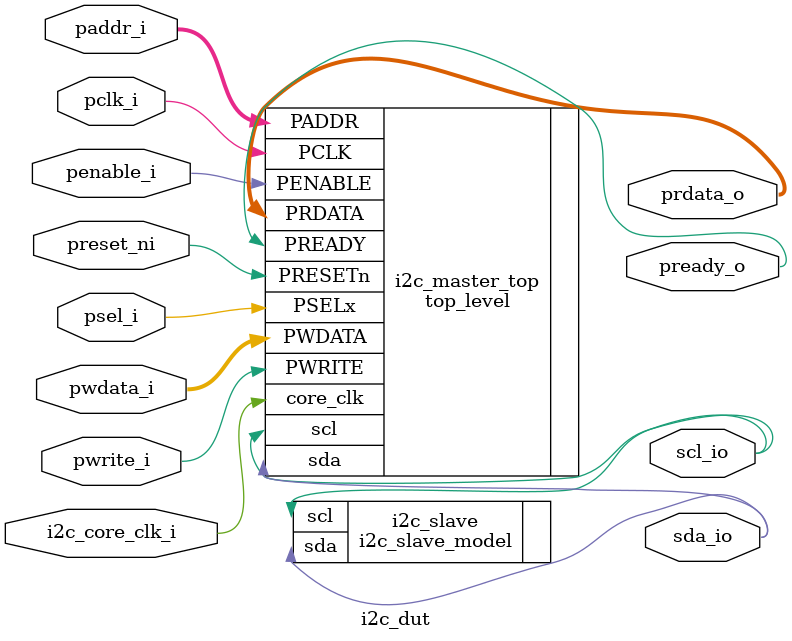
<source format=v>
module i2c_dut 
(
    input                               i2c_core_clk_i      ,   // clock core of i2c
    input                               pclk_i              ,   //  APB clock
    input                               preset_ni           ,   //  reset signal is active-LOW
    input   [7 : 0]         			paddr_i             ,   //  address of APB slave and inputister map
    input                               pwrite_i            ,   //  HIGH is write, LOW is read
    input                               psel_i              ,   //  select slave interface
    input                               penable_i           ,   //  Enable. PENABLE indicates the second and subsequent cycles of an APB transfer.
    input   [7 : 0]         			pwdata_i            ,   //  data write

    output  [7 : 0]         			prdata_o            ,   //  data read
    output                              pready_o            ,   //  ready to receive data
    output                              sda_io              ,
    output                              scl_io              
);

    top_level     i2c_master_top (
        .PCLK       (pclk_i),
        .PRESETn    (preset_ni),
        .PSELx      (psel_i),
        .PWRITE     (pwrite_i),
        .PENABLE    (penable_i),
        .PADDR      (paddr_i),
        .PWDATA     (pwdata_i),
        .core_clk   (i2c_core_clk_i),

        .PREADY     (pready_o),
        .PRDATA     (prdata_o),
        .sda        (sda_io),
        .scl        (scl_io)
    );

    i2c_slave_model i2c_slave   (
        .sda    (sda_io )   ,
        .scl    (scl_io )   
    );
    
endmodule
</source>
